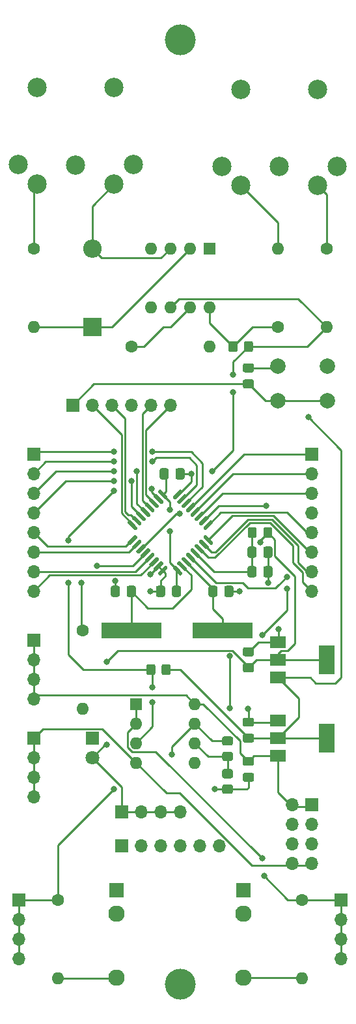
<source format=gbr>
%TF.GenerationSoftware,KiCad,Pcbnew,5.1.8-5.1.8*%
%TF.CreationDate,2020-12-14T22:16:24-06:00*%
%TF.ProjectId,Mini2CV,4d696e69-3243-4562-9e6b-696361645f70,rev?*%
%TF.SameCoordinates,Original*%
%TF.FileFunction,Copper,L1,Top*%
%TF.FilePolarity,Positive*%
%FSLAX46Y46*%
G04 Gerber Fmt 4.6, Leading zero omitted, Abs format (unit mm)*
G04 Created by KiCad (PCBNEW 5.1.8-5.1.8) date 2020-12-14 22:16:24*
%MOMM*%
%LPD*%
G01*
G04 APERTURE LIST*
%TA.AperFunction,ComponentPad*%
%ADD10C,4.000000*%
%TD*%
%TA.AperFunction,ComponentPad*%
%ADD11R,1.800000X1.800000*%
%TD*%
%TA.AperFunction,ComponentPad*%
%ADD12C,1.800000*%
%TD*%
%TA.AperFunction,ComponentPad*%
%ADD13R,2.400000X2.400000*%
%TD*%
%TA.AperFunction,ComponentPad*%
%ADD14O,2.400000X2.400000*%
%TD*%
%TA.AperFunction,ComponentPad*%
%ADD15O,1.700000X1.700000*%
%TD*%
%TA.AperFunction,ComponentPad*%
%ADD16R,1.700000X1.700000*%
%TD*%
%TA.AperFunction,ComponentPad*%
%ADD17C,2.130000*%
%TD*%
%TA.AperFunction,ComponentPad*%
%ADD18R,1.930000X1.830000*%
%TD*%
%TA.AperFunction,WasherPad*%
%ADD19C,2.499360*%
%TD*%
%TA.AperFunction,ComponentPad*%
%ADD20C,2.499360*%
%TD*%
%TA.AperFunction,ComponentPad*%
%ADD21C,1.600000*%
%TD*%
%TA.AperFunction,ComponentPad*%
%ADD22O,1.600000X1.600000*%
%TD*%
%TA.AperFunction,ComponentPad*%
%ADD23C,2.000000*%
%TD*%
%TA.AperFunction,SMDPad,CuDef*%
%ADD24R,2.000000X1.500000*%
%TD*%
%TA.AperFunction,SMDPad,CuDef*%
%ADD25R,2.000000X3.800000*%
%TD*%
%TA.AperFunction,ComponentPad*%
%ADD26R,1.600000X1.600000*%
%TD*%
%TA.AperFunction,SMDPad,CuDef*%
%ADD27R,7.875000X2.000000*%
%TD*%
%TA.AperFunction,ViaPad*%
%ADD28C,0.800000*%
%TD*%
%TA.AperFunction,Conductor*%
%ADD29C,0.250000*%
%TD*%
G04 APERTURE END LIST*
D10*
%TO.P,REF\u002A\u002A,1*%
%TO.N,N/C*%
X115600000Y-28800000D03*
%TD*%
%TO.P,REF\u002A\u002A,1*%
%TO.N,N/C*%
X115600000Y-151300000D03*
%TD*%
%TO.P,C1,2*%
%TO.N,GND*%
%TA.AperFunction,SMDPad,CuDef*%
G36*
G01*
X124935000Y-71940000D02*
X123985000Y-71940000D01*
G75*
G02*
X123735000Y-71690000I0J250000D01*
G01*
X123735000Y-71015000D01*
G75*
G02*
X123985000Y-70765000I250000J0D01*
G01*
X124935000Y-70765000D01*
G75*
G02*
X125185000Y-71015000I0J-250000D01*
G01*
X125185000Y-71690000D01*
G75*
G02*
X124935000Y-71940000I-250000J0D01*
G01*
G37*
%TD.AperFunction*%
%TO.P,C1,1*%
%TO.N,/NRST*%
%TA.AperFunction,SMDPad,CuDef*%
G36*
G01*
X124935000Y-74015000D02*
X123985000Y-74015000D01*
G75*
G02*
X123735000Y-73765000I0J250000D01*
G01*
X123735000Y-73090000D01*
G75*
G02*
X123985000Y-72840000I250000J0D01*
G01*
X124935000Y-72840000D01*
G75*
G02*
X125185000Y-73090000I0J-250000D01*
G01*
X125185000Y-73765000D01*
G75*
G02*
X124935000Y-74015000I-250000J0D01*
G01*
G37*
%TD.AperFunction*%
%TD*%
%TO.P,C2,1*%
%TO.N,Net-(C2-Pad1)*%
%TA.AperFunction,SMDPad,CuDef*%
G36*
G01*
X109807500Y-99855000D02*
X109807500Y-100805000D01*
G75*
G02*
X109557500Y-101055000I-250000J0D01*
G01*
X108882500Y-101055000D01*
G75*
G02*
X108632500Y-100805000I0J250000D01*
G01*
X108632500Y-99855000D01*
G75*
G02*
X108882500Y-99605000I250000J0D01*
G01*
X109557500Y-99605000D01*
G75*
G02*
X109807500Y-99855000I0J-250000D01*
G01*
G37*
%TD.AperFunction*%
%TO.P,C2,2*%
%TO.N,GND*%
%TA.AperFunction,SMDPad,CuDef*%
G36*
G01*
X107732500Y-99855000D02*
X107732500Y-100805000D01*
G75*
G02*
X107482500Y-101055000I-250000J0D01*
G01*
X106807500Y-101055000D01*
G75*
G02*
X106557500Y-100805000I0J250000D01*
G01*
X106557500Y-99855000D01*
G75*
G02*
X106807500Y-99605000I250000J0D01*
G01*
X107482500Y-99605000D01*
G75*
G02*
X107732500Y-99855000I0J-250000D01*
G01*
G37*
%TD.AperFunction*%
%TD*%
%TO.P,C3,2*%
%TO.N,GND*%
%TA.AperFunction,SMDPad,CuDef*%
G36*
G01*
X121332500Y-100805000D02*
X121332500Y-99855000D01*
G75*
G02*
X121582500Y-99605000I250000J0D01*
G01*
X122257500Y-99605000D01*
G75*
G02*
X122507500Y-99855000I0J-250000D01*
G01*
X122507500Y-100805000D01*
G75*
G02*
X122257500Y-101055000I-250000J0D01*
G01*
X121582500Y-101055000D01*
G75*
G02*
X121332500Y-100805000I0J250000D01*
G01*
G37*
%TD.AperFunction*%
%TO.P,C3,1*%
%TO.N,Net-(C3-Pad1)*%
%TA.AperFunction,SMDPad,CuDef*%
G36*
G01*
X119257500Y-100805000D02*
X119257500Y-99855000D01*
G75*
G02*
X119507500Y-99605000I250000J0D01*
G01*
X120182500Y-99605000D01*
G75*
G02*
X120432500Y-99855000I0J-250000D01*
G01*
X120432500Y-100805000D01*
G75*
G02*
X120182500Y-101055000I-250000J0D01*
G01*
X119507500Y-101055000D01*
G75*
G02*
X119257500Y-100805000I0J250000D01*
G01*
G37*
%TD.AperFunction*%
%TD*%
%TO.P,C4,1*%
%TO.N,+12V*%
%TA.AperFunction,SMDPad,CuDef*%
G36*
G01*
X123985000Y-121797500D02*
X124935000Y-121797500D01*
G75*
G02*
X125185000Y-122047500I0J-250000D01*
G01*
X125185000Y-122722500D01*
G75*
G02*
X124935000Y-122972500I-250000J0D01*
G01*
X123985000Y-122972500D01*
G75*
G02*
X123735000Y-122722500I0J250000D01*
G01*
X123735000Y-122047500D01*
G75*
G02*
X123985000Y-121797500I250000J0D01*
G01*
G37*
%TD.AperFunction*%
%TO.P,C4,2*%
%TO.N,GND*%
%TA.AperFunction,SMDPad,CuDef*%
G36*
G01*
X123985000Y-123872500D02*
X124935000Y-123872500D01*
G75*
G02*
X125185000Y-124122500I0J-250000D01*
G01*
X125185000Y-124797500D01*
G75*
G02*
X124935000Y-125047500I-250000J0D01*
G01*
X123985000Y-125047500D01*
G75*
G02*
X123735000Y-124797500I0J250000D01*
G01*
X123735000Y-124122500D01*
G75*
G02*
X123985000Y-123872500I250000J0D01*
G01*
G37*
%TD.AperFunction*%
%TD*%
%TO.P,C5,2*%
%TO.N,GND*%
%TA.AperFunction,SMDPad,CuDef*%
G36*
G01*
X124935000Y-117892500D02*
X123985000Y-117892500D01*
G75*
G02*
X123735000Y-117642500I0J250000D01*
G01*
X123735000Y-116967500D01*
G75*
G02*
X123985000Y-116717500I250000J0D01*
G01*
X124935000Y-116717500D01*
G75*
G02*
X125185000Y-116967500I0J-250000D01*
G01*
X125185000Y-117642500D01*
G75*
G02*
X124935000Y-117892500I-250000J0D01*
G01*
G37*
%TD.AperFunction*%
%TO.P,C5,1*%
%TO.N,+5V*%
%TA.AperFunction,SMDPad,CuDef*%
G36*
G01*
X124935000Y-119967500D02*
X123985000Y-119967500D01*
G75*
G02*
X123735000Y-119717500I0J250000D01*
G01*
X123735000Y-119042500D01*
G75*
G02*
X123985000Y-118792500I250000J0D01*
G01*
X124935000Y-118792500D01*
G75*
G02*
X125185000Y-119042500I0J-250000D01*
G01*
X125185000Y-119717500D01*
G75*
G02*
X124935000Y-119967500I-250000J0D01*
G01*
G37*
%TD.AperFunction*%
%TD*%
%TO.P,C6,1*%
%TO.N,+3V3*%
%TA.AperFunction,SMDPad,CuDef*%
G36*
G01*
X112907500Y-85565000D02*
X112907500Y-84615000D01*
G75*
G02*
X113157500Y-84365000I250000J0D01*
G01*
X113832500Y-84365000D01*
G75*
G02*
X114082500Y-84615000I0J-250000D01*
G01*
X114082500Y-85565000D01*
G75*
G02*
X113832500Y-85815000I-250000J0D01*
G01*
X113157500Y-85815000D01*
G75*
G02*
X112907500Y-85565000I0J250000D01*
G01*
G37*
%TD.AperFunction*%
%TO.P,C6,2*%
%TO.N,GND*%
%TA.AperFunction,SMDPad,CuDef*%
G36*
G01*
X114982500Y-85565000D02*
X114982500Y-84615000D01*
G75*
G02*
X115232500Y-84365000I250000J0D01*
G01*
X115907500Y-84365000D01*
G75*
G02*
X116157500Y-84615000I0J-250000D01*
G01*
X116157500Y-85565000D01*
G75*
G02*
X115907500Y-85815000I-250000J0D01*
G01*
X115232500Y-85815000D01*
G75*
G02*
X114982500Y-85565000I0J250000D01*
G01*
G37*
%TD.AperFunction*%
%TD*%
%TO.P,C7,1*%
%TO.N,+3V3*%
%TA.AperFunction,SMDPad,CuDef*%
G36*
G01*
X124935000Y-110845000D02*
X123985000Y-110845000D01*
G75*
G02*
X123735000Y-110595000I0J250000D01*
G01*
X123735000Y-109920000D01*
G75*
G02*
X123985000Y-109670000I250000J0D01*
G01*
X124935000Y-109670000D01*
G75*
G02*
X125185000Y-109920000I0J-250000D01*
G01*
X125185000Y-110595000D01*
G75*
G02*
X124935000Y-110845000I-250000J0D01*
G01*
G37*
%TD.AperFunction*%
%TO.P,C7,2*%
%TO.N,GND*%
%TA.AperFunction,SMDPad,CuDef*%
G36*
G01*
X124935000Y-108770000D02*
X123985000Y-108770000D01*
G75*
G02*
X123735000Y-108520000I0J250000D01*
G01*
X123735000Y-107845000D01*
G75*
G02*
X123985000Y-107595000I250000J0D01*
G01*
X124935000Y-107595000D01*
G75*
G02*
X125185000Y-107845000I0J-250000D01*
G01*
X125185000Y-108520000D01*
G75*
G02*
X124935000Y-108770000I-250000J0D01*
G01*
G37*
%TD.AperFunction*%
%TD*%
%TO.P,C8,2*%
%TO.N,GND*%
%TA.AperFunction,SMDPad,CuDef*%
G36*
G01*
X113617500Y-99855000D02*
X113617500Y-100805000D01*
G75*
G02*
X113367500Y-101055000I-250000J0D01*
G01*
X112692500Y-101055000D01*
G75*
G02*
X112442500Y-100805000I0J250000D01*
G01*
X112442500Y-99855000D01*
G75*
G02*
X112692500Y-99605000I250000J0D01*
G01*
X113367500Y-99605000D01*
G75*
G02*
X113617500Y-99855000I0J-250000D01*
G01*
G37*
%TD.AperFunction*%
%TO.P,C8,1*%
%TO.N,+3V3*%
%TA.AperFunction,SMDPad,CuDef*%
G36*
G01*
X115692500Y-99855000D02*
X115692500Y-100805000D01*
G75*
G02*
X115442500Y-101055000I-250000J0D01*
G01*
X114767500Y-101055000D01*
G75*
G02*
X114517500Y-100805000I0J250000D01*
G01*
X114517500Y-99855000D01*
G75*
G02*
X114767500Y-99605000I250000J0D01*
G01*
X115442500Y-99605000D01*
G75*
G02*
X115692500Y-99855000I0J-250000D01*
G01*
G37*
%TD.AperFunction*%
%TD*%
%TO.P,C9,1*%
%TO.N,/VDDA*%
%TA.AperFunction,SMDPad,CuDef*%
G36*
G01*
X124337500Y-98265000D02*
X124337500Y-97315000D01*
G75*
G02*
X124587500Y-97065000I250000J0D01*
G01*
X125262500Y-97065000D01*
G75*
G02*
X125512500Y-97315000I0J-250000D01*
G01*
X125512500Y-98265000D01*
G75*
G02*
X125262500Y-98515000I-250000J0D01*
G01*
X124587500Y-98515000D01*
G75*
G02*
X124337500Y-98265000I0J250000D01*
G01*
G37*
%TD.AperFunction*%
%TO.P,C9,2*%
%TO.N,GND*%
%TA.AperFunction,SMDPad,CuDef*%
G36*
G01*
X126412500Y-98265000D02*
X126412500Y-97315000D01*
G75*
G02*
X126662500Y-97065000I250000J0D01*
G01*
X127337500Y-97065000D01*
G75*
G02*
X127587500Y-97315000I0J-250000D01*
G01*
X127587500Y-98265000D01*
G75*
G02*
X127337500Y-98515000I-250000J0D01*
G01*
X126662500Y-98515000D01*
G75*
G02*
X126412500Y-98265000I0J250000D01*
G01*
G37*
%TD.AperFunction*%
%TD*%
%TO.P,C10,2*%
%TO.N,GND*%
%TA.AperFunction,SMDPad,CuDef*%
G36*
G01*
X126412500Y-95725000D02*
X126412500Y-94775000D01*
G75*
G02*
X126662500Y-94525000I250000J0D01*
G01*
X127337500Y-94525000D01*
G75*
G02*
X127587500Y-94775000I0J-250000D01*
G01*
X127587500Y-95725000D01*
G75*
G02*
X127337500Y-95975000I-250000J0D01*
G01*
X126662500Y-95975000D01*
G75*
G02*
X126412500Y-95725000I0J250000D01*
G01*
G37*
%TD.AperFunction*%
%TO.P,C10,1*%
%TO.N,/VDDA*%
%TA.AperFunction,SMDPad,CuDef*%
G36*
G01*
X124337500Y-95725000D02*
X124337500Y-94775000D01*
G75*
G02*
X124587500Y-94525000I250000J0D01*
G01*
X125262500Y-94525000D01*
G75*
G02*
X125512500Y-94775000I0J-250000D01*
G01*
X125512500Y-95725000D01*
G75*
G02*
X125262500Y-95975000I-250000J0D01*
G01*
X124587500Y-95975000D01*
G75*
G02*
X124337500Y-95725000I0J250000D01*
G01*
G37*
%TD.AperFunction*%
%TD*%
D11*
%TO.P,D1,1*%
%TO.N,Net-(D1-Pad1)*%
X104140000Y-119380000D03*
D12*
%TO.P,D1,2*%
%TO.N,+3V3*%
X104140000Y-121920000D03*
%TD*%
D13*
%TO.P,D2,1*%
%TO.N,Net-(D2-Pad1)*%
X104140000Y-66040000D03*
D14*
%TO.P,D2,2*%
%TO.N,Net-(D2-Pad2)*%
X104140000Y-55880000D03*
%TD*%
%TO.P,FB1,1*%
%TO.N,/VDDA*%
%TA.AperFunction,SMDPad,CuDef*%
G36*
G01*
X124375000Y-93160001D02*
X124375000Y-92259999D01*
G75*
G02*
X124624999Y-92010000I249999J0D01*
G01*
X125275001Y-92010000D01*
G75*
G02*
X125525000Y-92259999I0J-249999D01*
G01*
X125525000Y-93160001D01*
G75*
G02*
X125275001Y-93410000I-249999J0D01*
G01*
X124624999Y-93410000D01*
G75*
G02*
X124375000Y-93160001I0J249999D01*
G01*
G37*
%TD.AperFunction*%
%TO.P,FB1,2*%
%TO.N,+3V3*%
%TA.AperFunction,SMDPad,CuDef*%
G36*
G01*
X126425000Y-93160001D02*
X126425000Y-92259999D01*
G75*
G02*
X126674999Y-92010000I249999J0D01*
G01*
X127325001Y-92010000D01*
G75*
G02*
X127575000Y-92259999I0J-249999D01*
G01*
X127575000Y-93160001D01*
G75*
G02*
X127325001Y-93410000I-249999J0D01*
G01*
X126674999Y-93410000D01*
G75*
G02*
X126425000Y-93160001I0J249999D01*
G01*
G37*
%TD.AperFunction*%
%TD*%
D15*
%TO.P,J1,6*%
%TO.N,GND*%
X120650000Y-133350000D03*
%TO.P,J1,5*%
X118110000Y-133350000D03*
%TO.P,J1,4*%
X115570000Y-133350000D03*
%TO.P,J1,3*%
X113030000Y-133350000D03*
%TO.P,J1,2*%
X110490000Y-133350000D03*
D16*
%TO.P,J1,1*%
X107950000Y-133350000D03*
%TD*%
%TO.P,J3,1*%
%TO.N,+12V*%
X96520000Y-106680000D03*
D15*
%TO.P,J3,2*%
X96520000Y-109220000D03*
%TO.P,J3,3*%
X96520000Y-111760000D03*
%TO.P,J3,4*%
X96520000Y-114300000D03*
%TD*%
%TO.P,J4,4*%
%TO.N,-12V*%
X96520000Y-127000000D03*
%TO.P,J4,3*%
X96520000Y-124460000D03*
%TO.P,J4,2*%
X96520000Y-121920000D03*
D16*
%TO.P,J4,1*%
X96520000Y-119380000D03*
%TD*%
%TO.P,J5,1*%
%TO.N,/PB0*%
X96520000Y-82550000D03*
D15*
%TO.P,J5,2*%
%TO.N,/PB1*%
X96520000Y-85090000D03*
%TO.P,J5,3*%
%TO.N,/PA11*%
X96520000Y-87630000D03*
%TO.P,J5,4*%
%TO.N,/PA12*%
X96520000Y-90170000D03*
%TO.P,J5,5*%
%TO.N,/PA15*%
X96520000Y-92710000D03*
%TO.P,J5,6*%
%TO.N,/PB3*%
X96520000Y-95250000D03*
%TO.P,J5,7*%
%TO.N,/PB6*%
X96520000Y-97790000D03*
%TO.P,J5,8*%
%TO.N,/PB7*%
X96520000Y-100330000D03*
%TD*%
%TO.P,J6,8*%
%TO.N,Net-(J6-Pad8)*%
X132715000Y-100330000D03*
%TO.P,J6,7*%
%TO.N,Net-(J6-Pad7)*%
X132715000Y-97790000D03*
%TO.P,J6,6*%
%TO.N,Net-(J6-Pad6)*%
X132715000Y-95250000D03*
%TO.P,J6,5*%
%TO.N,Net-(J6-Pad5)*%
X132715000Y-92710000D03*
%TO.P,J6,4*%
%TO.N,Net-(J6-Pad4)*%
X132715000Y-90170000D03*
%TO.P,J6,3*%
%TO.N,Net-(J6-Pad3)*%
X132715000Y-87630000D03*
%TO.P,J6,2*%
%TO.N,Net-(J6-Pad2)*%
X132715000Y-85090000D03*
D16*
%TO.P,J6,1*%
%TO.N,Net-(J6-Pad1)*%
X132715000Y-82550000D03*
%TD*%
%TO.P,J7,1*%
%TO.N,/NRST*%
X101600000Y-76200000D03*
D15*
%TO.P,J7,2*%
%TO.N,Net-(J7-Pad2)*%
X104140000Y-76200000D03*
%TO.P,J7,3*%
%TO.N,Net-(J7-Pad3)*%
X106680000Y-76200000D03*
%TO.P,J7,4*%
%TO.N,GND*%
X109220000Y-76200000D03*
%TO.P,J7,5*%
%TO.N,/UART1_RX*%
X111760000Y-76200000D03*
%TO.P,J7,6*%
%TO.N,/UART1_TX*%
X114300000Y-76200000D03*
%TD*%
D16*
%TO.P,J8,1*%
%TO.N,+3V3*%
X107950000Y-128905000D03*
D15*
%TO.P,J8,2*%
X110490000Y-128905000D03*
%TO.P,J8,3*%
X113030000Y-128905000D03*
%TO.P,J8,4*%
X115570000Y-128905000D03*
%TD*%
D17*
%TO.P,J9,T*%
%TO.N,Net-(J9-PadT)*%
X123825000Y-150465000D03*
D18*
%TO.P,J9,S*%
%TO.N,GND*%
X123825000Y-139065000D03*
D17*
%TO.P,J9,TN*%
%TO.N,N/C*%
X123825000Y-142165000D03*
%TD*%
D15*
%TO.P,J10,4*%
%TO.N,Net-(J10-Pad1)*%
X136525000Y-147955000D03*
%TO.P,J10,3*%
X136525000Y-145415000D03*
%TO.P,J10,2*%
X136525000Y-142875000D03*
D16*
%TO.P,J10,1*%
X136525000Y-140335000D03*
%TD*%
D19*
%TO.P,J11,*%
%TO.N,*%
X107001260Y-35002300D03*
X96998740Y-35002300D03*
D20*
%TO.P,J11,5*%
%TO.N,Net-(D2-Pad2)*%
X106996180Y-47499100D03*
%TO.P,J11,1*%
%TO.N,Net-(J11-Pad1)*%
X94501920Y-44997200D03*
%TO.P,J11,2*%
%TO.N,Net-(J11-Pad2)*%
X102000000Y-44999740D03*
%TO.P,J11,4*%
%TO.N,Net-(J11-Pad4)*%
X97003820Y-47499100D03*
%TO.P,J11,3*%
%TO.N,Net-(J11-Pad3)*%
X109498080Y-44997200D03*
%TD*%
D17*
%TO.P,J12,TN*%
%TO.N,N/C*%
X107315000Y-142165000D03*
D18*
%TO.P,J12,S*%
%TO.N,GND*%
X107315000Y-139065000D03*
D17*
%TO.P,J12,T*%
%TO.N,Net-(J12-PadT)*%
X107315000Y-150465000D03*
%TD*%
D16*
%TO.P,J13,1*%
%TO.N,Net-(J13-Pad1)*%
X94615000Y-140335000D03*
D15*
%TO.P,J13,2*%
X94615000Y-142875000D03*
%TO.P,J13,3*%
X94615000Y-145415000D03*
%TO.P,J13,4*%
X94615000Y-147955000D03*
%TD*%
D20*
%TO.P,J14,3*%
%TO.N,Net-(J14-Pad3)*%
X135998080Y-45197200D03*
%TO.P,J14,4*%
%TO.N,Net-(J14-Pad4)*%
X123503820Y-47699100D03*
%TO.P,J14,2*%
%TO.N,GND*%
X128500000Y-45199740D03*
%TO.P,J14,1*%
%TO.N,Net-(J14-Pad1)*%
X121001920Y-45197200D03*
%TO.P,J14,5*%
%TO.N,Net-(J14-Pad5)*%
X133496180Y-47699100D03*
D19*
%TO.P,J14,*%
%TO.N,*%
X123498740Y-35202300D03*
X133501260Y-35202300D03*
%TD*%
D16*
%TO.P,J15,1*%
%TO.N,+12V*%
X132715000Y-128000000D03*
D15*
%TO.P,J15,2*%
X130175000Y-128000000D03*
%TO.P,J15,3*%
%TO.N,GND*%
X132715000Y-130540000D03*
%TO.P,J15,4*%
X130175000Y-130540000D03*
%TO.P,J15,5*%
X132715000Y-133080000D03*
%TO.P,J15,6*%
X130175000Y-133080000D03*
%TO.P,J15,7*%
%TO.N,-12V*%
X132715000Y-135620000D03*
%TO.P,J15,8*%
X130175000Y-135620000D03*
%TD*%
D21*
%TO.P,R1,1*%
%TO.N,Net-(R1-Pad1)*%
X102870000Y-105410000D03*
D22*
%TO.P,R1,2*%
%TO.N,Net-(D1-Pad1)*%
X102870000Y-115570000D03*
%TD*%
D21*
%TO.P,R2,1*%
%TO.N,Net-(J10-Pad1)*%
X131445000Y-140335000D03*
D22*
%TO.P,R2,2*%
%TO.N,Net-(J9-PadT)*%
X131445000Y-150495000D03*
%TD*%
%TO.P,R3,1*%
%TO.N,+5V*%
%TA.AperFunction,SMDPad,CuDef*%
G36*
G01*
X114360000Y-110039999D02*
X114360000Y-110940001D01*
G75*
G02*
X114110001Y-111190000I-249999J0D01*
G01*
X113409999Y-111190000D01*
G75*
G02*
X113160000Y-110940001I0J249999D01*
G01*
X113160000Y-110039999D01*
G75*
G02*
X113409999Y-109790000I249999J0D01*
G01*
X114110001Y-109790000D01*
G75*
G02*
X114360000Y-110039999I0J-249999D01*
G01*
G37*
%TD.AperFunction*%
%TO.P,R3,2*%
%TO.N,/GATE*%
%TA.AperFunction,SMDPad,CuDef*%
G36*
G01*
X112360000Y-110039999D02*
X112360000Y-110940001D01*
G75*
G02*
X112110001Y-111190000I-249999J0D01*
G01*
X111409999Y-111190000D01*
G75*
G02*
X111160000Y-110940001I0J249999D01*
G01*
X111160000Y-110039999D01*
G75*
G02*
X111409999Y-109790000I249999J0D01*
G01*
X112110001Y-109790000D01*
G75*
G02*
X112360000Y-110039999I0J-249999D01*
G01*
G37*
%TD.AperFunction*%
%TD*%
%TO.P,R4,2*%
%TO.N,Net-(D2-Pad1)*%
X96520000Y-66040000D03*
D21*
%TO.P,R4,1*%
%TO.N,Net-(J11-Pad4)*%
X96520000Y-55880000D03*
%TD*%
%TO.P,R5,2*%
%TO.N,Net-(R5-Pad2)*%
%TA.AperFunction,SMDPad,CuDef*%
G36*
G01*
X122200001Y-124600000D02*
X121299999Y-124600000D01*
G75*
G02*
X121050000Y-124350001I0J249999D01*
G01*
X121050000Y-123649999D01*
G75*
G02*
X121299999Y-123400000I249999J0D01*
G01*
X122200001Y-123400000D01*
G75*
G02*
X122450000Y-123649999I0J-249999D01*
G01*
X122450000Y-124350001D01*
G75*
G02*
X122200001Y-124600000I-249999J0D01*
G01*
G37*
%TD.AperFunction*%
%TO.P,R5,1*%
%TO.N,GND*%
%TA.AperFunction,SMDPad,CuDef*%
G36*
G01*
X122200001Y-126600000D02*
X121299999Y-126600000D01*
G75*
G02*
X121050000Y-126350001I0J249999D01*
G01*
X121050000Y-125649999D01*
G75*
G02*
X121299999Y-125400000I249999J0D01*
G01*
X122200001Y-125400000D01*
G75*
G02*
X122450000Y-125649999I0J-249999D01*
G01*
X122450000Y-126350001D01*
G75*
G02*
X122200001Y-126600000I-249999J0D01*
G01*
G37*
%TD.AperFunction*%
%TD*%
%TO.P,R6,1*%
%TO.N,Net-(R5-Pad2)*%
%TA.AperFunction,SMDPad,CuDef*%
G36*
G01*
X122200001Y-122350000D02*
X121299999Y-122350000D01*
G75*
G02*
X121050000Y-122100001I0J249999D01*
G01*
X121050000Y-121399999D01*
G75*
G02*
X121299999Y-121150000I249999J0D01*
G01*
X122200001Y-121150000D01*
G75*
G02*
X122450000Y-121399999I0J-249999D01*
G01*
X122450000Y-122100001D01*
G75*
G02*
X122200001Y-122350000I-249999J0D01*
G01*
G37*
%TD.AperFunction*%
%TO.P,R6,2*%
%TO.N,Net-(J13-Pad1)*%
%TA.AperFunction,SMDPad,CuDef*%
G36*
G01*
X122200001Y-120350000D02*
X121299999Y-120350000D01*
G75*
G02*
X121050000Y-120100001I0J249999D01*
G01*
X121050000Y-119399999D01*
G75*
G02*
X121299999Y-119150000I249999J0D01*
G01*
X122200001Y-119150000D01*
G75*
G02*
X122450000Y-119399999I0J-249999D01*
G01*
X122450000Y-120100001D01*
G75*
G02*
X122200001Y-120350000I-249999J0D01*
G01*
G37*
%TD.AperFunction*%
%TD*%
D22*
%TO.P,R7,2*%
%TO.N,Net-(J12-PadT)*%
X99695000Y-150495000D03*
D21*
%TO.P,R7,1*%
%TO.N,Net-(J13-Pad1)*%
X99695000Y-140335000D03*
%TD*%
D22*
%TO.P,R8,2*%
%TO.N,GND*%
X119380000Y-68580000D03*
D21*
%TO.P,R8,1*%
%TO.N,Net-(R8-Pad1)*%
X109220000Y-68580000D03*
%TD*%
%TO.P,R9,2*%
%TO.N,/UART2_RX*%
%TA.AperFunction,SMDPad,CuDef*%
G36*
G01*
X123860000Y-69030001D02*
X123860000Y-68129999D01*
G75*
G02*
X124109999Y-67880000I249999J0D01*
G01*
X124810001Y-67880000D01*
G75*
G02*
X125060000Y-68129999I0J-249999D01*
G01*
X125060000Y-69030001D01*
G75*
G02*
X124810001Y-69280000I-249999J0D01*
G01*
X124109999Y-69280000D01*
G75*
G02*
X123860000Y-69030001I0J249999D01*
G01*
G37*
%TD.AperFunction*%
%TO.P,R9,1*%
%TO.N,+5V*%
%TA.AperFunction,SMDPad,CuDef*%
G36*
G01*
X121860000Y-69030001D02*
X121860000Y-68129999D01*
G75*
G02*
X122109999Y-67880000I249999J0D01*
G01*
X122810001Y-67880000D01*
G75*
G02*
X123060000Y-68129999I0J-249999D01*
G01*
X123060000Y-69030001D01*
G75*
G02*
X122810001Y-69280000I-249999J0D01*
G01*
X122109999Y-69280000D01*
G75*
G02*
X121860000Y-69030001I0J249999D01*
G01*
G37*
%TD.AperFunction*%
%TD*%
%TO.P,R10,1*%
%TO.N,+5V*%
X128270000Y-66040000D03*
D22*
%TO.P,R10,2*%
%TO.N,Net-(J14-Pad4)*%
X128270000Y-55880000D03*
%TD*%
D21*
%TO.P,R11,1*%
%TO.N,Net-(J14-Pad5)*%
X134620000Y-55880000D03*
D22*
%TO.P,R11,2*%
%TO.N,/UART2_RX*%
X134620000Y-66040000D03*
%TD*%
D23*
%TO.P,SW1,2*%
%TO.N,/NRST*%
X128270000Y-75620000D03*
%TO.P,SW1,1*%
%TO.N,GND*%
X128270000Y-71120000D03*
%TO.P,SW1,2*%
%TO.N,/NRST*%
X134770000Y-75620000D03*
%TO.P,SW1,1*%
%TO.N,GND*%
X134770000Y-71120000D03*
%TD*%
D24*
%TO.P,U1,1*%
%TO.N,GND*%
X128320000Y-117080000D03*
%TO.P,U1,3*%
%TO.N,+12V*%
X128320000Y-121680000D03*
%TO.P,U1,2*%
%TO.N,+5V*%
X128320000Y-119380000D03*
D25*
X134620000Y-119380000D03*
%TD*%
%TO.P,U2,1*%
%TO.N,+3V3*%
%TA.AperFunction,SMDPad,CuDef*%
G36*
G01*
X115890990Y-98084011D02*
X115714213Y-98260788D01*
G75*
G02*
X115537437Y-98260788I-88388J88388D01*
G01*
X114653554Y-97376905D01*
G75*
G02*
X114653554Y-97200129I88388J88388D01*
G01*
X114830331Y-97023352D01*
G75*
G02*
X115007107Y-97023352I88388J-88388D01*
G01*
X115890990Y-97907235D01*
G75*
G02*
X115890990Y-98084011I-88388J-88388D01*
G01*
G37*
%TD.AperFunction*%
%TO.P,U2,2*%
%TO.N,Net-(C2-Pad1)*%
%TA.AperFunction,SMDPad,CuDef*%
G36*
G01*
X116456675Y-97518325D02*
X116279898Y-97695102D01*
G75*
G02*
X116103122Y-97695102I-88388J88388D01*
G01*
X115219239Y-96811219D01*
G75*
G02*
X115219239Y-96634443I88388J88388D01*
G01*
X115396016Y-96457666D01*
G75*
G02*
X115572792Y-96457666I88388J-88388D01*
G01*
X116456675Y-97341549D01*
G75*
G02*
X116456675Y-97518325I-88388J-88388D01*
G01*
G37*
%TD.AperFunction*%
%TO.P,U2,3*%
%TO.N,Net-(C3-Pad1)*%
%TA.AperFunction,SMDPad,CuDef*%
G36*
G01*
X117022361Y-96952640D02*
X116845584Y-97129417D01*
G75*
G02*
X116668808Y-97129417I-88388J88388D01*
G01*
X115784925Y-96245534D01*
G75*
G02*
X115784925Y-96068758I88388J88388D01*
G01*
X115961702Y-95891981D01*
G75*
G02*
X116138478Y-95891981I88388J-88388D01*
G01*
X117022361Y-96775864D01*
G75*
G02*
X117022361Y-96952640I-88388J-88388D01*
G01*
G37*
%TD.AperFunction*%
%TO.P,U2,4*%
%TO.N,/NRST*%
%TA.AperFunction,SMDPad,CuDef*%
G36*
G01*
X117588046Y-96386955D02*
X117411269Y-96563732D01*
G75*
G02*
X117234493Y-96563732I-88388J88388D01*
G01*
X116350610Y-95679849D01*
G75*
G02*
X116350610Y-95503073I88388J88388D01*
G01*
X116527387Y-95326296D01*
G75*
G02*
X116704163Y-95326296I88388J-88388D01*
G01*
X117588046Y-96210179D01*
G75*
G02*
X117588046Y-96386955I-88388J-88388D01*
G01*
G37*
%TD.AperFunction*%
%TO.P,U2,5*%
%TO.N,/VDDA*%
%TA.AperFunction,SMDPad,CuDef*%
G36*
G01*
X118153732Y-95821269D02*
X117976955Y-95998046D01*
G75*
G02*
X117800179Y-95998046I-88388J88388D01*
G01*
X116916296Y-95114163D01*
G75*
G02*
X116916296Y-94937387I88388J88388D01*
G01*
X117093073Y-94760610D01*
G75*
G02*
X117269849Y-94760610I88388J-88388D01*
G01*
X118153732Y-95644493D01*
G75*
G02*
X118153732Y-95821269I-88388J-88388D01*
G01*
G37*
%TD.AperFunction*%
%TO.P,U2,6*%
%TO.N,Net-(J6-Pad8)*%
%TA.AperFunction,SMDPad,CuDef*%
G36*
G01*
X118719417Y-95255584D02*
X118542640Y-95432361D01*
G75*
G02*
X118365864Y-95432361I-88388J88388D01*
G01*
X117481981Y-94548478D01*
G75*
G02*
X117481981Y-94371702I88388J88388D01*
G01*
X117658758Y-94194925D01*
G75*
G02*
X117835534Y-94194925I88388J-88388D01*
G01*
X118719417Y-95078808D01*
G75*
G02*
X118719417Y-95255584I-88388J-88388D01*
G01*
G37*
%TD.AperFunction*%
%TO.P,U2,7*%
%TO.N,Net-(J6-Pad7)*%
%TA.AperFunction,SMDPad,CuDef*%
G36*
G01*
X119285102Y-94689898D02*
X119108325Y-94866675D01*
G75*
G02*
X118931549Y-94866675I-88388J88388D01*
G01*
X118047666Y-93982792D01*
G75*
G02*
X118047666Y-93806016I88388J88388D01*
G01*
X118224443Y-93629239D01*
G75*
G02*
X118401219Y-93629239I88388J-88388D01*
G01*
X119285102Y-94513122D01*
G75*
G02*
X119285102Y-94689898I-88388J-88388D01*
G01*
G37*
%TD.AperFunction*%
%TO.P,U2,8*%
%TO.N,Net-(J6-Pad6)*%
%TA.AperFunction,SMDPad,CuDef*%
G36*
G01*
X119850788Y-94124213D02*
X119674011Y-94300990D01*
G75*
G02*
X119497235Y-94300990I-88388J88388D01*
G01*
X118613352Y-93417107D01*
G75*
G02*
X118613352Y-93240331I88388J88388D01*
G01*
X118790129Y-93063554D01*
G75*
G02*
X118966905Y-93063554I88388J-88388D01*
G01*
X119850788Y-93947437D01*
G75*
G02*
X119850788Y-94124213I-88388J-88388D01*
G01*
G37*
%TD.AperFunction*%
%TO.P,U2,9*%
%TO.N,Net-(J6-Pad5)*%
%TA.AperFunction,SMDPad,CuDef*%
G36*
G01*
X119850788Y-91472563D02*
X118966905Y-92356446D01*
G75*
G02*
X118790129Y-92356446I-88388J88388D01*
G01*
X118613352Y-92179669D01*
G75*
G02*
X118613352Y-92002893I88388J88388D01*
G01*
X119497235Y-91119010D01*
G75*
G02*
X119674011Y-91119010I88388J-88388D01*
G01*
X119850788Y-91295787D01*
G75*
G02*
X119850788Y-91472563I-88388J-88388D01*
G01*
G37*
%TD.AperFunction*%
%TO.P,U2,10*%
%TO.N,/DAC*%
%TA.AperFunction,SMDPad,CuDef*%
G36*
G01*
X119285102Y-90906878D02*
X118401219Y-91790761D01*
G75*
G02*
X118224443Y-91790761I-88388J88388D01*
G01*
X118047666Y-91613984D01*
G75*
G02*
X118047666Y-91437208I88388J88388D01*
G01*
X118931549Y-90553325D01*
G75*
G02*
X119108325Y-90553325I88388J-88388D01*
G01*
X119285102Y-90730102D01*
G75*
G02*
X119285102Y-90906878I-88388J-88388D01*
G01*
G37*
%TD.AperFunction*%
%TO.P,U2,11*%
%TO.N,Net-(J6-Pad3)*%
%TA.AperFunction,SMDPad,CuDef*%
G36*
G01*
X118719417Y-90341192D02*
X117835534Y-91225075D01*
G75*
G02*
X117658758Y-91225075I-88388J88388D01*
G01*
X117481981Y-91048298D01*
G75*
G02*
X117481981Y-90871522I88388J88388D01*
G01*
X118365864Y-89987639D01*
G75*
G02*
X118542640Y-89987639I88388J-88388D01*
G01*
X118719417Y-90164416D01*
G75*
G02*
X118719417Y-90341192I-88388J-88388D01*
G01*
G37*
%TD.AperFunction*%
%TO.P,U2,12*%
%TO.N,Net-(J6-Pad2)*%
%TA.AperFunction,SMDPad,CuDef*%
G36*
G01*
X118153732Y-89775507D02*
X117269849Y-90659390D01*
G75*
G02*
X117093073Y-90659390I-88388J88388D01*
G01*
X116916296Y-90482613D01*
G75*
G02*
X116916296Y-90305837I88388J88388D01*
G01*
X117800179Y-89421954D01*
G75*
G02*
X117976955Y-89421954I88388J-88388D01*
G01*
X118153732Y-89598731D01*
G75*
G02*
X118153732Y-89775507I-88388J-88388D01*
G01*
G37*
%TD.AperFunction*%
%TO.P,U2,13*%
%TO.N,Net-(J6-Pad1)*%
%TA.AperFunction,SMDPad,CuDef*%
G36*
G01*
X117588046Y-89209821D02*
X116704163Y-90093704D01*
G75*
G02*
X116527387Y-90093704I-88388J88388D01*
G01*
X116350610Y-89916927D01*
G75*
G02*
X116350610Y-89740151I88388J88388D01*
G01*
X117234493Y-88856268D01*
G75*
G02*
X117411269Y-88856268I88388J-88388D01*
G01*
X117588046Y-89033045D01*
G75*
G02*
X117588046Y-89209821I-88388J-88388D01*
G01*
G37*
%TD.AperFunction*%
%TO.P,U2,14*%
%TO.N,/PB0*%
%TA.AperFunction,SMDPad,CuDef*%
G36*
G01*
X117022361Y-88644136D02*
X116138478Y-89528019D01*
G75*
G02*
X115961702Y-89528019I-88388J88388D01*
G01*
X115784925Y-89351242D01*
G75*
G02*
X115784925Y-89174466I88388J88388D01*
G01*
X116668808Y-88290583D01*
G75*
G02*
X116845584Y-88290583I88388J-88388D01*
G01*
X117022361Y-88467360D01*
G75*
G02*
X117022361Y-88644136I-88388J-88388D01*
G01*
G37*
%TD.AperFunction*%
%TO.P,U2,15*%
%TO.N,/PB1*%
%TA.AperFunction,SMDPad,CuDef*%
G36*
G01*
X116456675Y-88078451D02*
X115572792Y-88962334D01*
G75*
G02*
X115396016Y-88962334I-88388J88388D01*
G01*
X115219239Y-88785557D01*
G75*
G02*
X115219239Y-88608781I88388J88388D01*
G01*
X116103122Y-87724898D01*
G75*
G02*
X116279898Y-87724898I88388J-88388D01*
G01*
X116456675Y-87901675D01*
G75*
G02*
X116456675Y-88078451I-88388J-88388D01*
G01*
G37*
%TD.AperFunction*%
%TO.P,U2,16*%
%TO.N,GND*%
%TA.AperFunction,SMDPad,CuDef*%
G36*
G01*
X115890990Y-87512765D02*
X115007107Y-88396648D01*
G75*
G02*
X114830331Y-88396648I-88388J88388D01*
G01*
X114653554Y-88219871D01*
G75*
G02*
X114653554Y-88043095I88388J88388D01*
G01*
X115537437Y-87159212D01*
G75*
G02*
X115714213Y-87159212I88388J-88388D01*
G01*
X115890990Y-87335989D01*
G75*
G02*
X115890990Y-87512765I-88388J-88388D01*
G01*
G37*
%TD.AperFunction*%
%TO.P,U2,17*%
%TO.N,+3V3*%
%TA.AperFunction,SMDPad,CuDef*%
G36*
G01*
X113946446Y-88219871D02*
X113769669Y-88396648D01*
G75*
G02*
X113592893Y-88396648I-88388J88388D01*
G01*
X112709010Y-87512765D01*
G75*
G02*
X112709010Y-87335989I88388J88388D01*
G01*
X112885787Y-87159212D01*
G75*
G02*
X113062563Y-87159212I88388J-88388D01*
G01*
X113946446Y-88043095D01*
G75*
G02*
X113946446Y-88219871I-88388J-88388D01*
G01*
G37*
%TD.AperFunction*%
%TO.P,U2,18*%
%TO.N,/GATE*%
%TA.AperFunction,SMDPad,CuDef*%
G36*
G01*
X113380761Y-88785557D02*
X113203984Y-88962334D01*
G75*
G02*
X113027208Y-88962334I-88388J88388D01*
G01*
X112143325Y-88078451D01*
G75*
G02*
X112143325Y-87901675I88388J88388D01*
G01*
X112320102Y-87724898D01*
G75*
G02*
X112496878Y-87724898I88388J-88388D01*
G01*
X113380761Y-88608781D01*
G75*
G02*
X113380761Y-88785557I-88388J-88388D01*
G01*
G37*
%TD.AperFunction*%
%TO.P,U2,19*%
%TO.N,/UART1_TX*%
%TA.AperFunction,SMDPad,CuDef*%
G36*
G01*
X112815075Y-89351242D02*
X112638298Y-89528019D01*
G75*
G02*
X112461522Y-89528019I-88388J88388D01*
G01*
X111577639Y-88644136D01*
G75*
G02*
X111577639Y-88467360I88388J88388D01*
G01*
X111754416Y-88290583D01*
G75*
G02*
X111931192Y-88290583I88388J-88388D01*
G01*
X112815075Y-89174466D01*
G75*
G02*
X112815075Y-89351242I-88388J-88388D01*
G01*
G37*
%TD.AperFunction*%
%TO.P,U2,20*%
%TO.N,/UART1_RX*%
%TA.AperFunction,SMDPad,CuDef*%
G36*
G01*
X112249390Y-89916927D02*
X112072613Y-90093704D01*
G75*
G02*
X111895837Y-90093704I-88388J88388D01*
G01*
X111011954Y-89209821D01*
G75*
G02*
X111011954Y-89033045I88388J88388D01*
G01*
X111188731Y-88856268D01*
G75*
G02*
X111365507Y-88856268I88388J-88388D01*
G01*
X112249390Y-89740151D01*
G75*
G02*
X112249390Y-89916927I-88388J-88388D01*
G01*
G37*
%TD.AperFunction*%
%TO.P,U2,21*%
%TO.N,/PA11*%
%TA.AperFunction,SMDPad,CuDef*%
G36*
G01*
X111683704Y-90482613D02*
X111506927Y-90659390D01*
G75*
G02*
X111330151Y-90659390I-88388J88388D01*
G01*
X110446268Y-89775507D01*
G75*
G02*
X110446268Y-89598731I88388J88388D01*
G01*
X110623045Y-89421954D01*
G75*
G02*
X110799821Y-89421954I88388J-88388D01*
G01*
X111683704Y-90305837D01*
G75*
G02*
X111683704Y-90482613I-88388J-88388D01*
G01*
G37*
%TD.AperFunction*%
%TO.P,U2,22*%
%TO.N,/PA12*%
%TA.AperFunction,SMDPad,CuDef*%
G36*
G01*
X111118019Y-91048298D02*
X110941242Y-91225075D01*
G75*
G02*
X110764466Y-91225075I-88388J88388D01*
G01*
X109880583Y-90341192D01*
G75*
G02*
X109880583Y-90164416I88388J88388D01*
G01*
X110057360Y-89987639D01*
G75*
G02*
X110234136Y-89987639I88388J-88388D01*
G01*
X111118019Y-90871522D01*
G75*
G02*
X111118019Y-91048298I-88388J-88388D01*
G01*
G37*
%TD.AperFunction*%
%TO.P,U2,23*%
%TO.N,Net-(J7-Pad3)*%
%TA.AperFunction,SMDPad,CuDef*%
G36*
G01*
X110552334Y-91613984D02*
X110375557Y-91790761D01*
G75*
G02*
X110198781Y-91790761I-88388J88388D01*
G01*
X109314898Y-90906878D01*
G75*
G02*
X109314898Y-90730102I88388J88388D01*
G01*
X109491675Y-90553325D01*
G75*
G02*
X109668451Y-90553325I88388J-88388D01*
G01*
X110552334Y-91437208D01*
G75*
G02*
X110552334Y-91613984I-88388J-88388D01*
G01*
G37*
%TD.AperFunction*%
%TO.P,U2,24*%
%TO.N,Net-(J7-Pad2)*%
%TA.AperFunction,SMDPad,CuDef*%
G36*
G01*
X109986648Y-92179669D02*
X109809871Y-92356446D01*
G75*
G02*
X109633095Y-92356446I-88388J88388D01*
G01*
X108749212Y-91472563D01*
G75*
G02*
X108749212Y-91295787I88388J88388D01*
G01*
X108925989Y-91119010D01*
G75*
G02*
X109102765Y-91119010I88388J-88388D01*
G01*
X109986648Y-92002893D01*
G75*
G02*
X109986648Y-92179669I-88388J-88388D01*
G01*
G37*
%TD.AperFunction*%
%TO.P,U2,25*%
%TO.N,/PA15*%
%TA.AperFunction,SMDPad,CuDef*%
G36*
G01*
X109986648Y-93417107D02*
X109102765Y-94300990D01*
G75*
G02*
X108925989Y-94300990I-88388J88388D01*
G01*
X108749212Y-94124213D01*
G75*
G02*
X108749212Y-93947437I88388J88388D01*
G01*
X109633095Y-93063554D01*
G75*
G02*
X109809871Y-93063554I88388J-88388D01*
G01*
X109986648Y-93240331D01*
G75*
G02*
X109986648Y-93417107I-88388J-88388D01*
G01*
G37*
%TD.AperFunction*%
%TO.P,U2,26*%
%TO.N,/PB3*%
%TA.AperFunction,SMDPad,CuDef*%
G36*
G01*
X110552334Y-93982792D02*
X109668451Y-94866675D01*
G75*
G02*
X109491675Y-94866675I-88388J88388D01*
G01*
X109314898Y-94689898D01*
G75*
G02*
X109314898Y-94513122I88388J88388D01*
G01*
X110198781Y-93629239D01*
G75*
G02*
X110375557Y-93629239I88388J-88388D01*
G01*
X110552334Y-93806016D01*
G75*
G02*
X110552334Y-93982792I-88388J-88388D01*
G01*
G37*
%TD.AperFunction*%
%TO.P,U2,27*%
%TO.N,/UART2_RX*%
%TA.AperFunction,SMDPad,CuDef*%
G36*
G01*
X111118019Y-94548478D02*
X110234136Y-95432361D01*
G75*
G02*
X110057360Y-95432361I-88388J88388D01*
G01*
X109880583Y-95255584D01*
G75*
G02*
X109880583Y-95078808I88388J88388D01*
G01*
X110764466Y-94194925D01*
G75*
G02*
X110941242Y-94194925I88388J-88388D01*
G01*
X111118019Y-94371702D01*
G75*
G02*
X111118019Y-94548478I-88388J-88388D01*
G01*
G37*
%TD.AperFunction*%
%TO.P,U2,28*%
%TO.N,Net-(R1-Pad1)*%
%TA.AperFunction,SMDPad,CuDef*%
G36*
G01*
X111683704Y-95114163D02*
X110799821Y-95998046D01*
G75*
G02*
X110623045Y-95998046I-88388J88388D01*
G01*
X110446268Y-95821269D01*
G75*
G02*
X110446268Y-95644493I88388J88388D01*
G01*
X111330151Y-94760610D01*
G75*
G02*
X111506927Y-94760610I88388J-88388D01*
G01*
X111683704Y-94937387D01*
G75*
G02*
X111683704Y-95114163I-88388J-88388D01*
G01*
G37*
%TD.AperFunction*%
%TO.P,U2,29*%
%TO.N,/PB6*%
%TA.AperFunction,SMDPad,CuDef*%
G36*
G01*
X112249390Y-95679849D02*
X111365507Y-96563732D01*
G75*
G02*
X111188731Y-96563732I-88388J88388D01*
G01*
X111011954Y-96386955D01*
G75*
G02*
X111011954Y-96210179I88388J88388D01*
G01*
X111895837Y-95326296D01*
G75*
G02*
X112072613Y-95326296I88388J-88388D01*
G01*
X112249390Y-95503073D01*
G75*
G02*
X112249390Y-95679849I-88388J-88388D01*
G01*
G37*
%TD.AperFunction*%
%TO.P,U2,30*%
%TO.N,/PB7*%
%TA.AperFunction,SMDPad,CuDef*%
G36*
G01*
X112815075Y-96245534D02*
X111931192Y-97129417D01*
G75*
G02*
X111754416Y-97129417I-88388J88388D01*
G01*
X111577639Y-96952640D01*
G75*
G02*
X111577639Y-96775864I88388J88388D01*
G01*
X112461522Y-95891981D01*
G75*
G02*
X112638298Y-95891981I88388J-88388D01*
G01*
X112815075Y-96068758D01*
G75*
G02*
X112815075Y-96245534I-88388J-88388D01*
G01*
G37*
%TD.AperFunction*%
%TO.P,U2,31*%
%TO.N,GND*%
%TA.AperFunction,SMDPad,CuDef*%
G36*
G01*
X113380761Y-96811219D02*
X112496878Y-97695102D01*
G75*
G02*
X112320102Y-97695102I-88388J88388D01*
G01*
X112143325Y-97518325D01*
G75*
G02*
X112143325Y-97341549I88388J88388D01*
G01*
X113027208Y-96457666D01*
G75*
G02*
X113203984Y-96457666I88388J-88388D01*
G01*
X113380761Y-96634443D01*
G75*
G02*
X113380761Y-96811219I-88388J-88388D01*
G01*
G37*
%TD.AperFunction*%
%TO.P,U2,32*%
%TA.AperFunction,SMDPad,CuDef*%
G36*
G01*
X113946446Y-97376905D02*
X113062563Y-98260788D01*
G75*
G02*
X112885787Y-98260788I-88388J88388D01*
G01*
X112709010Y-98084011D01*
G75*
G02*
X112709010Y-97907235I88388J88388D01*
G01*
X113592893Y-97023352D01*
G75*
G02*
X113769669Y-97023352I88388J-88388D01*
G01*
X113946446Y-97200129D01*
G75*
G02*
X113946446Y-97376905I-88388J-88388D01*
G01*
G37*
%TD.AperFunction*%
%TD*%
%TO.P,U3,2*%
%TO.N,+3V3*%
X134620000Y-109220000D03*
D24*
X128320000Y-109220000D03*
%TO.P,U3,3*%
%TO.N,+5V*%
X128320000Y-111520000D03*
%TO.P,U3,1*%
%TO.N,GND*%
X128320000Y-106920000D03*
%TD*%
D22*
%TO.P,U4,8*%
%TO.N,+12V*%
X117475000Y-114935000D03*
%TO.P,U4,4*%
%TO.N,-12V*%
X109855000Y-122555000D03*
%TO.P,U4,7*%
%TO.N,Net-(J13-Pad1)*%
X117475000Y-117475000D03*
%TO.P,U4,3*%
%TO.N,/GATE*%
X109855000Y-120015000D03*
%TO.P,U4,6*%
%TO.N,Net-(R5-Pad2)*%
X117475000Y-120015000D03*
%TO.P,U4,2*%
%TO.N,Net-(J10-Pad1)*%
X109855000Y-117475000D03*
%TO.P,U4,5*%
%TO.N,/DAC*%
X117475000Y-122555000D03*
D26*
%TO.P,U4,1*%
%TO.N,Net-(J10-Pad1)*%
X109855000Y-114935000D03*
%TD*%
%TO.P,U5,1*%
%TO.N,Net-(U5-Pad1)*%
X119380000Y-55880000D03*
D22*
%TO.P,U5,5*%
%TO.N,GND*%
X111760000Y-63500000D03*
%TO.P,U5,2*%
%TO.N,Net-(D2-Pad1)*%
X116840000Y-55880000D03*
%TO.P,U5,6*%
%TO.N,/UART2_RX*%
X114300000Y-63500000D03*
%TO.P,U5,3*%
%TO.N,Net-(D2-Pad2)*%
X114300000Y-55880000D03*
%TO.P,U5,7*%
%TO.N,Net-(R8-Pad1)*%
X116840000Y-63500000D03*
%TO.P,U5,4*%
%TO.N,Net-(U5-Pad4)*%
X111760000Y-55880000D03*
%TO.P,U5,8*%
%TO.N,+5V*%
X119380000Y-63500000D03*
%TD*%
D27*
%TO.P,Y1,1*%
%TO.N,Net-(C2-Pad1)*%
X109220000Y-105410000D03*
%TO.P,Y1,2*%
%TO.N,Net-(C3-Pad1)*%
X121095000Y-105410000D03*
%TD*%
D28*
%TO.N,GND*%
X117000000Y-85100000D03*
X111700000Y-98100000D03*
X107100000Y-99000000D03*
X111700000Y-100300000D03*
X123300000Y-100300000D03*
X127000000Y-99200000D03*
X128400000Y-105200000D03*
X120100000Y-126000000D03*
X124400000Y-115600000D03*
%TO.N,/NRST*%
X129500000Y-98425000D03*
%TO.N,+5V*%
X132250000Y-77750000D03*
%TO.N,+3V3*%
X114250000Y-89750000D03*
X114250000Y-92500000D03*
X126000000Y-94000000D03*
X106000000Y-120250000D03*
X106000000Y-109500000D03*
%TO.N,/PB0*%
X112000000Y-82250000D03*
X107000000Y-82250000D03*
%TO.N,/PB1*%
X112000000Y-83500000D03*
X107000000Y-83500000D03*
%TO.N,/PA11*%
X109949990Y-84750000D03*
X107000000Y-84750000D03*
%TO.N,/PA12*%
X109224990Y-86000000D03*
X107000000Y-86000000D03*
%TO.N,Net-(J10-Pad1)*%
X126250000Y-135000000D03*
X126500000Y-137250000D03*
%TO.N,Net-(J13-Pad1)*%
X107000000Y-126000000D03*
X114500000Y-121500000D03*
%TO.N,Net-(R1-Pad1)*%
X104750000Y-97065000D03*
X102750000Y-99250000D03*
%TO.N,/GATE*%
X111850000Y-87000000D03*
X107000000Y-87250000D03*
X101000000Y-93750000D03*
X101000000Y-99250000D03*
X112000000Y-114750000D03*
X112000000Y-112750000D03*
%TO.N,/UART2_RX*%
X115500000Y-90250000D03*
X119750000Y-84750000D03*
X122500000Y-74500000D03*
X122500000Y-72250000D03*
%TO.N,/DAC*%
X126750000Y-89250000D03*
X129500000Y-100000000D03*
X126250000Y-106000000D03*
X122000000Y-108750000D03*
X122000000Y-115500000D03*
%TD*%
D29*
%TO.N,GND*%
X112762043Y-97076385D02*
X113327728Y-97642070D01*
X112762043Y-97076384D02*
X112762043Y-97076385D01*
X113327728Y-97642070D02*
X113327728Y-97672272D01*
X113327728Y-97642070D02*
X113685658Y-98000000D01*
X113685658Y-98000000D02*
X113685658Y-98314342D01*
X113030000Y-98970000D02*
X113030000Y-100330000D01*
X113685658Y-98314342D02*
X113030000Y-98970000D01*
X125722500Y-106920000D02*
X124460000Y-108182500D01*
X128320000Y-106920000D02*
X125722500Y-106920000D01*
X121750000Y-126000000D02*
X124250000Y-126000000D01*
X124460000Y-125790000D02*
X124460000Y-124460000D01*
X124250000Y-126000000D02*
X124460000Y-125790000D01*
X128095000Y-117305000D02*
X128320000Y-117080000D01*
X124460000Y-117305000D02*
X128095000Y-117305000D01*
X128037500Y-71352500D02*
X128270000Y-71120000D01*
X124460000Y-71352500D02*
X128037500Y-71352500D01*
X115580000Y-85100000D02*
X115570000Y-85090000D01*
X117000000Y-85100000D02*
X115580000Y-85100000D01*
X112723616Y-97076384D02*
X111700000Y-98100000D01*
X112762043Y-97076384D02*
X112723616Y-97076384D01*
X115272272Y-87777930D02*
X115322070Y-87777930D01*
X117000000Y-86100000D02*
X117000000Y-85100000D01*
X115322070Y-87777930D02*
X117000000Y-86100000D01*
X107145000Y-99045000D02*
X107100000Y-99000000D01*
X107145000Y-100330000D02*
X107145000Y-99045000D01*
X111730000Y-100330000D02*
X111700000Y-100300000D01*
X113030000Y-100330000D02*
X111730000Y-100330000D01*
X121950000Y-100300000D02*
X121920000Y-100330000D01*
X123300000Y-100300000D02*
X121950000Y-100300000D01*
X127000000Y-97790000D02*
X127000000Y-98875000D01*
X127000000Y-98875000D02*
X127000000Y-99200000D01*
X128400000Y-106840000D02*
X128320000Y-106920000D01*
X128400000Y-105200000D02*
X128400000Y-106840000D01*
X121750000Y-126000000D02*
X120100000Y-126000000D01*
X124460000Y-115660000D02*
X124400000Y-115600000D01*
X124460000Y-117305000D02*
X124460000Y-115660000D01*
X127000000Y-95250000D02*
X127000000Y-97790000D01*
%TO.N,/NRST*%
X126652500Y-75620000D02*
X124460000Y-73427500D01*
X128270000Y-75620000D02*
X126652500Y-75620000D01*
X104372500Y-73427500D02*
X101600000Y-76200000D01*
X124460000Y-73427500D02*
X104372500Y-73427500D01*
X128270000Y-75620000D02*
X134770000Y-75620000D01*
X123700000Y-99200000D02*
X120224314Y-99200000D01*
X124425001Y-99925001D02*
X123700000Y-99200000D01*
X127974999Y-99925001D02*
X124425001Y-99925001D01*
X119864324Y-98840010D02*
X116969328Y-95945014D01*
X128300000Y-99600000D02*
X127974999Y-99925001D01*
X120224314Y-99200000D02*
X119864324Y-98840010D01*
X128325000Y-99600000D02*
X128300000Y-99600000D01*
X129500000Y-98425000D02*
X128325000Y-99600000D01*
%TO.N,Net-(C2-Pad1)*%
X109220000Y-100330000D02*
X109220000Y-105410000D01*
X109220000Y-100330000D02*
X111390000Y-102500000D01*
X114560690Y-102500000D02*
X117000000Y-100060690D01*
X111390000Y-102500000D02*
X114560690Y-102500000D01*
X117000000Y-98238427D02*
X115837957Y-97076384D01*
X117000000Y-100060690D02*
X117000000Y-98238427D01*
%TO.N,Net-(C3-Pad1)*%
X119845000Y-99952056D02*
X119845000Y-100330000D01*
X116403643Y-96510699D02*
X119845000Y-99952056D01*
X121095000Y-105410000D02*
X121095000Y-103845000D01*
X119845000Y-102595000D02*
X119845000Y-100330000D01*
X121095000Y-103845000D02*
X119845000Y-102595000D01*
%TO.N,+12V*%
X125165000Y-121680000D02*
X124460000Y-122385000D01*
X128320000Y-121680000D02*
X125165000Y-121680000D01*
X128320000Y-126415000D02*
X130175000Y-128270000D01*
X128320000Y-121680000D02*
X128320000Y-126415000D01*
X130175000Y-128270000D02*
X132715000Y-128270000D01*
X123409990Y-121334990D02*
X124460000Y-122385000D01*
X123409990Y-119738620D02*
X123409990Y-121334990D01*
X118606370Y-114935000D02*
X123409990Y-119738620D01*
X117475000Y-114935000D02*
X118606370Y-114935000D01*
X97010001Y-113809999D02*
X96520000Y-114300000D01*
X116349999Y-113809999D02*
X97010001Y-113809999D01*
X117475000Y-114935000D02*
X116349999Y-113809999D01*
X96520000Y-114300000D02*
X96520000Y-106680000D01*
%TO.N,+5V*%
X125000000Y-66040000D02*
X122460000Y-68580000D01*
X128270000Y-66040000D02*
X125000000Y-66040000D01*
X119380000Y-65500000D02*
X122460000Y-68580000D01*
X119380000Y-63500000D02*
X119380000Y-65500000D01*
X128320000Y-111520000D02*
X131000000Y-114200000D01*
X131000000Y-116700000D02*
X128320000Y-119380000D01*
X131000000Y-114200000D02*
X131000000Y-116700000D01*
X134620000Y-119380000D02*
X128320000Y-119380000D01*
X124460000Y-119380000D02*
X128320000Y-119380000D01*
X115570000Y-110490000D02*
X113760000Y-110490000D01*
X124460000Y-119380000D02*
X115570000Y-110490000D01*
X128320000Y-111520000D02*
X132520000Y-111520000D01*
X132520000Y-111520000D02*
X133250000Y-112250000D01*
X133250000Y-112250000D02*
X135750000Y-112250000D01*
X135750000Y-112250000D02*
X136500000Y-111500000D01*
X136500000Y-82000000D02*
X132250000Y-77750000D01*
X136500000Y-111500000D02*
X136500000Y-82000000D01*
%TO.N,+3V3*%
X115105000Y-97809342D02*
X115272272Y-97642070D01*
X115105000Y-100330000D02*
X115105000Y-97809342D01*
X113327728Y-87777930D02*
X113750000Y-87355658D01*
X113750000Y-85345000D02*
X113495000Y-85090000D01*
X113750000Y-87355658D02*
X113750000Y-85345000D01*
X125497500Y-109220000D02*
X124460000Y-110257500D01*
X128320000Y-109220000D02*
X125497500Y-109220000D01*
X134620000Y-109220000D02*
X128320000Y-109220000D01*
X107950000Y-125730000D02*
X104140000Y-121920000D01*
X107950000Y-128905000D02*
X107950000Y-125730000D01*
X107950000Y-128905000D02*
X110490000Y-128905000D01*
X114250000Y-88700202D02*
X114250000Y-89750000D01*
X113327728Y-87777930D02*
X114250000Y-88700202D01*
X114250000Y-96619798D02*
X115272272Y-97642070D01*
X114250000Y-92500000D02*
X114250000Y-96619798D01*
X126000000Y-93710000D02*
X127000000Y-92710000D01*
X126000000Y-94000000D02*
X126000000Y-93710000D01*
X128320000Y-108430000D02*
X128320000Y-109220000D01*
X128754999Y-107995001D02*
X128320000Y-108430000D01*
X129580001Y-107995001D02*
X128754999Y-107995001D01*
X130500000Y-107075002D02*
X129580001Y-107995001D01*
X130500000Y-98351998D02*
X130500000Y-107075002D01*
X127912510Y-95764508D02*
X130500000Y-98351998D01*
X127912510Y-93622510D02*
X127912510Y-95764508D01*
X127000000Y-92710000D02*
X127912510Y-93622510D01*
X105810000Y-120250000D02*
X106000000Y-120250000D01*
X104140000Y-121920000D02*
X105810000Y-120250000D01*
X124460000Y-110136998D02*
X124460000Y-110257500D01*
X122348001Y-108024999D02*
X124460000Y-110136998D01*
X107475001Y-108024999D02*
X122348001Y-108024999D01*
X106000000Y-109500000D02*
X107475001Y-108024999D01*
X110490000Y-128905000D02*
X115570000Y-128905000D01*
%TO.N,/VDDA*%
X124925000Y-97790000D02*
X124925000Y-95250000D01*
X124925000Y-92735000D02*
X124950000Y-92710000D01*
X124925000Y-95250000D02*
X124925000Y-92735000D01*
X117535014Y-95379328D02*
X117604328Y-95379328D01*
X120015000Y-97790000D02*
X124925000Y-97790000D01*
X117604328Y-95379328D02*
X120015000Y-97790000D01*
%TO.N,Net-(D2-Pad1)*%
X96520000Y-66040000D02*
X104140000Y-66040000D01*
X106680000Y-66040000D02*
X104140000Y-66040000D01*
X116840000Y-55880000D02*
X106680000Y-66040000D01*
%TO.N,Net-(D2-Pad2)*%
X113100001Y-57079999D02*
X114300000Y-55880000D01*
X105339999Y-57079999D02*
X113100001Y-57079999D01*
X104140000Y-55880000D02*
X105339999Y-57079999D01*
X104140000Y-50355280D02*
X106996180Y-47499100D01*
X104140000Y-55880000D02*
X104140000Y-50355280D01*
%TO.N,-12V*%
X132715000Y-135890000D02*
X130175000Y-135890000D01*
X124929002Y-135890000D02*
X115539002Y-126500000D01*
X130175000Y-135890000D02*
X124929002Y-135890000D01*
X113800000Y-126500000D02*
X109855000Y-122555000D01*
X115539002Y-126500000D02*
X113800000Y-126500000D01*
X105454999Y-118154999D02*
X109855000Y-122555000D01*
X97745001Y-118154999D02*
X105454999Y-118154999D01*
X96520000Y-119380000D02*
X97745001Y-118154999D01*
X96520000Y-119380000D02*
X96520000Y-127000000D01*
%TO.N,/PB0*%
X116403643Y-88909301D02*
X116403643Y-88846357D01*
X116403643Y-88846357D02*
X118500000Y-86750000D01*
X118500000Y-86750000D02*
X118500000Y-83750000D01*
X117000000Y-82250000D02*
X112000000Y-82250000D01*
X118500000Y-83750000D02*
X117000000Y-82250000D01*
X96820000Y-82250000D02*
X96520000Y-82550000D01*
X107000000Y-82250000D02*
X96820000Y-82250000D01*
%TO.N,/PB1*%
X115837957Y-88343616D02*
X115906384Y-88343616D01*
X115906384Y-88343616D02*
X117750000Y-86500000D01*
X117750000Y-86500000D02*
X117750000Y-84000000D01*
X117750000Y-84000000D02*
X116750000Y-83000000D01*
X112500000Y-83000000D02*
X112000000Y-83500000D01*
X116750000Y-83000000D02*
X112500000Y-83000000D01*
X98110000Y-83500000D02*
X96520000Y-85090000D01*
X107000000Y-83500000D02*
X98110000Y-83500000D01*
%TO.N,/PA11*%
X111064986Y-90040672D02*
X111040672Y-90040672D01*
X109949990Y-88949990D02*
X109949990Y-84750000D01*
X111040672Y-90040672D02*
X109949990Y-88949990D01*
X99400000Y-84750000D02*
X96520000Y-87630000D01*
X107000000Y-84750000D02*
X99400000Y-84750000D01*
%TO.N,/PA12*%
X110499301Y-90606357D02*
X110356357Y-90606357D01*
X109224990Y-89332046D02*
X109224990Y-86000000D01*
X110499301Y-90606357D02*
X109224990Y-89332046D01*
X100690000Y-86000000D02*
X96520000Y-90170000D01*
X107000000Y-86000000D02*
X100690000Y-86000000D01*
%TO.N,/PA15*%
X109367930Y-93682272D02*
X109317728Y-93682272D01*
X109317728Y-93682272D02*
X108500000Y-94500000D01*
X98310000Y-94500000D02*
X96520000Y-92710000D01*
X108500000Y-94500000D02*
X98310000Y-94500000D01*
%TO.N,/PB3*%
X108931573Y-95250000D02*
X96520000Y-95250000D01*
X109933616Y-94247957D02*
X108931573Y-95250000D01*
%TO.N,/PB6*%
X109785686Y-97790000D02*
X96520000Y-97790000D01*
X111630672Y-95945014D02*
X109785686Y-97790000D01*
%TO.N,/PB7*%
X98609990Y-98240010D02*
X96520000Y-100330000D01*
X110467046Y-98240010D02*
X98609990Y-98240010D01*
X112196357Y-96510699D02*
X110467046Y-98240010D01*
%TO.N,Net-(J6-Pad1)*%
X123894314Y-82550000D02*
X132080000Y-82550000D01*
X116969328Y-89474986D02*
X123894314Y-82550000D01*
%TO.N,Net-(J6-Pad2)*%
X122485686Y-85090000D02*
X132080000Y-85090000D01*
X117535014Y-90040672D02*
X122485686Y-85090000D01*
%TO.N,Net-(J6-Pad3)*%
X121077056Y-87630000D02*
X132080000Y-87630000D01*
X118100699Y-90606357D02*
X121077056Y-87630000D01*
%TO.N,Net-(J6-Pad5)*%
X129459973Y-90089973D02*
X132080000Y-92710000D01*
X120879825Y-90089973D02*
X129459973Y-90089973D01*
X119232070Y-91737728D02*
X120879825Y-90089973D01*
%TO.N,Net-(J6-Pad6)*%
X119232070Y-93682272D02*
X122374361Y-90539981D01*
X132080000Y-94928990D02*
X132080000Y-95250000D01*
X127690992Y-90539982D02*
X132080000Y-94928990D01*
X122374361Y-90539981D02*
X127690992Y-90539982D01*
%TO.N,Net-(J6-Pad7)*%
X118666384Y-94247957D02*
X119668427Y-95250000D01*
X130904999Y-94390399D02*
X130904999Y-96614999D01*
X130904999Y-96614999D02*
X132080000Y-97790000D01*
X127504591Y-90989991D02*
X130904999Y-94390399D01*
X124445410Y-90989990D02*
X127504591Y-90989991D01*
X120185400Y-95250000D02*
X124445410Y-90989990D01*
X119668427Y-95250000D02*
X120185400Y-95250000D01*
%TO.N,Net-(J6-Pad8)*%
X132080000Y-99891998D02*
X132080000Y-100330000D01*
X120108630Y-95963180D02*
X119250236Y-95963180D01*
X124631810Y-91440000D02*
X120108630Y-95963180D01*
X127318190Y-91440000D02*
X124631810Y-91440000D01*
X119250236Y-95963180D02*
X118100699Y-94813643D01*
X130250000Y-96596410D02*
X130250000Y-94371810D01*
X130250000Y-94371810D02*
X127318190Y-91440000D01*
X131500000Y-97846410D02*
X130250000Y-96596410D01*
X131500000Y-99115000D02*
X131500000Y-97846410D01*
X132715000Y-100330000D02*
X131500000Y-99115000D01*
%TO.N,Net-(J7-Pad2)*%
X109367930Y-91737728D02*
X109367930Y-91587930D01*
X109367930Y-91587930D02*
X107950000Y-90170000D01*
X107950000Y-80010000D02*
X104140000Y-76200000D01*
X107950000Y-90170000D02*
X107950000Y-80010000D01*
%TO.N,Net-(J7-Pad3)*%
X109200778Y-90439205D02*
X108855615Y-90439205D01*
X109933616Y-91172043D02*
X109200778Y-90439205D01*
X108400010Y-77920010D02*
X106680000Y-76200000D01*
X108400010Y-89983600D02*
X108400010Y-77920010D01*
X108855615Y-90439205D02*
X108400010Y-89983600D01*
%TO.N,/UART1_TX*%
X112196357Y-88909301D02*
X111125000Y-87837944D01*
X111125000Y-79375000D02*
X114300000Y-76200000D01*
X111125000Y-87837944D02*
X111125000Y-79375000D01*
%TO.N,/UART1_RX*%
X110674990Y-77285010D02*
X111760000Y-76200000D01*
X110674990Y-88519304D02*
X110674990Y-77285010D01*
X111630672Y-89474986D02*
X110674990Y-88519304D01*
%TO.N,Net-(J9-PadT)*%
X131415000Y-150465000D02*
X131445000Y-150495000D01*
X123825000Y-150465000D02*
X131415000Y-150465000D01*
%TO.N,Net-(J10-Pad1)*%
X109855000Y-114935000D02*
X109855000Y-117475000D01*
X112390001Y-121140001D02*
X126250000Y-135000000D01*
X109314999Y-121140001D02*
X112390001Y-121140001D01*
X108729999Y-120555001D02*
X109314999Y-121140001D01*
X108729999Y-118600001D02*
X108729999Y-120555001D01*
X109855000Y-117475000D02*
X108729999Y-118600001D01*
X129585000Y-140335000D02*
X131445000Y-140335000D01*
X126500000Y-137250000D02*
X129585000Y-140335000D01*
X131445000Y-140335000D02*
X136525000Y-140335000D01*
X136525000Y-147955000D02*
X136525000Y-140335000D01*
%TO.N,Net-(J11-Pad4)*%
X96520000Y-47982920D02*
X97003820Y-47499100D01*
X96520000Y-55880000D02*
X96520000Y-47982920D01*
%TO.N,Net-(J12-PadT)*%
X107285000Y-150495000D02*
X107315000Y-150465000D01*
X99695000Y-150495000D02*
X107285000Y-150495000D01*
%TO.N,Net-(J13-Pad1)*%
X119750000Y-119750000D02*
X117475000Y-117475000D01*
X121750000Y-119750000D02*
X119750000Y-119750000D01*
X94615000Y-140335000D02*
X99695000Y-140335000D01*
X94615000Y-140335000D02*
X94615000Y-147955000D01*
X99695000Y-133305000D02*
X107000000Y-126000000D01*
X99695000Y-140335000D02*
X99695000Y-133305000D01*
X114500000Y-120450000D02*
X117475000Y-117475000D01*
X114500000Y-121500000D02*
X114500000Y-120450000D01*
%TO.N,Net-(J14-Pad4)*%
X128270000Y-52465280D02*
X123503820Y-47699100D01*
X128270000Y-55880000D02*
X128270000Y-52465280D01*
%TO.N,Net-(J14-Pad5)*%
X134620000Y-48822920D02*
X133496180Y-47699100D01*
X134620000Y-55880000D02*
X134620000Y-48822920D01*
%TO.N,Net-(R1-Pad1)*%
X111064986Y-95379328D02*
X111064986Y-95435014D01*
X109435000Y-97065000D02*
X104750000Y-97065000D01*
X111064986Y-95435014D02*
X109435000Y-97065000D01*
X102750000Y-105290000D02*
X102870000Y-105410000D01*
X102750000Y-99250000D02*
X102750000Y-105290000D01*
%TO.N,/GATE*%
X111850000Y-87431573D02*
X111850000Y-87000000D01*
X112762043Y-88343616D02*
X111850000Y-87431573D01*
X101000000Y-93250000D02*
X101000000Y-93750000D01*
X107000000Y-87250000D02*
X101000000Y-93250000D01*
X102990000Y-110490000D02*
X111760000Y-110490000D01*
X101000000Y-108500000D02*
X102990000Y-110490000D01*
X101000000Y-99250000D02*
X101000000Y-108500000D01*
X112000000Y-117870000D02*
X112000000Y-114750000D01*
X109855000Y-120015000D02*
X112000000Y-117870000D01*
X112000000Y-110730000D02*
X111760000Y-110490000D01*
X112000000Y-112750000D02*
X112000000Y-110730000D01*
%TO.N,Net-(R5-Pad2)*%
X121750000Y-121750000D02*
X121750000Y-124000000D01*
X119210000Y-121750000D02*
X117475000Y-120015000D01*
X121750000Y-121750000D02*
X119210000Y-121750000D01*
%TO.N,Net-(R8-Pad1)*%
X110885002Y-68580000D02*
X113425002Y-66040000D01*
X109220000Y-68580000D02*
X110885002Y-68580000D01*
X114300000Y-66040000D02*
X116840000Y-63500000D01*
X113425002Y-66040000D02*
X114300000Y-66040000D01*
%TO.N,/UART2_RX*%
X132080000Y-68580000D02*
X124460000Y-68580000D01*
X134620000Y-66040000D02*
X132080000Y-68580000D01*
X130954999Y-62374999D02*
X134620000Y-66040000D01*
X115425001Y-62374999D02*
X130954999Y-62374999D01*
X114300000Y-63500000D02*
X115425001Y-62374999D01*
X115062944Y-90250000D02*
X115500000Y-90250000D01*
X110499301Y-94813643D02*
X115062944Y-90250000D01*
X122500000Y-82000000D02*
X122500000Y-74500000D01*
X119750000Y-84750000D02*
X122500000Y-82000000D01*
X122500000Y-70540000D02*
X124460000Y-68580000D01*
X122500000Y-72250000D02*
X122500000Y-70540000D01*
%TO.N,/DAC*%
X118666384Y-91172043D02*
X120588427Y-89250000D01*
X120588427Y-89250000D02*
X126750000Y-89250000D01*
X129500000Y-102750000D02*
X126250000Y-106000000D01*
X129500000Y-100000000D02*
X129500000Y-102750000D01*
X122000000Y-108750000D02*
X122000000Y-115500000D01*
%TD*%
M02*

</source>
